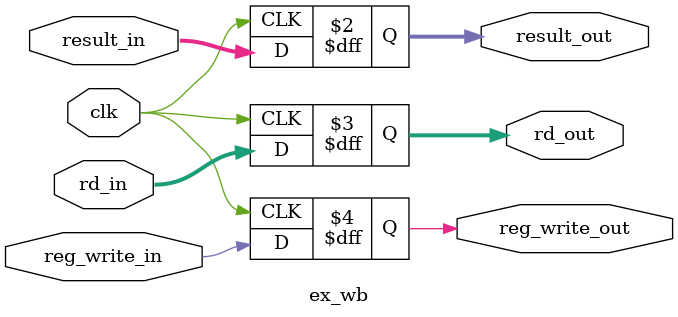
<source format=v>
module ex_wb (
    input clk,
    input [7:0] result_in,
    input [2:0] rd_in,
    input       reg_write_in,
    output reg [7:0] result_out,
    output reg [2:0] rd_out,
    output reg       reg_write_out
);

    always @(posedge clk) begin
        result_out     <= result_in;
        rd_out         <= rd_in;
        reg_write_out  <= reg_write_in;
    end
endmodule

</source>
